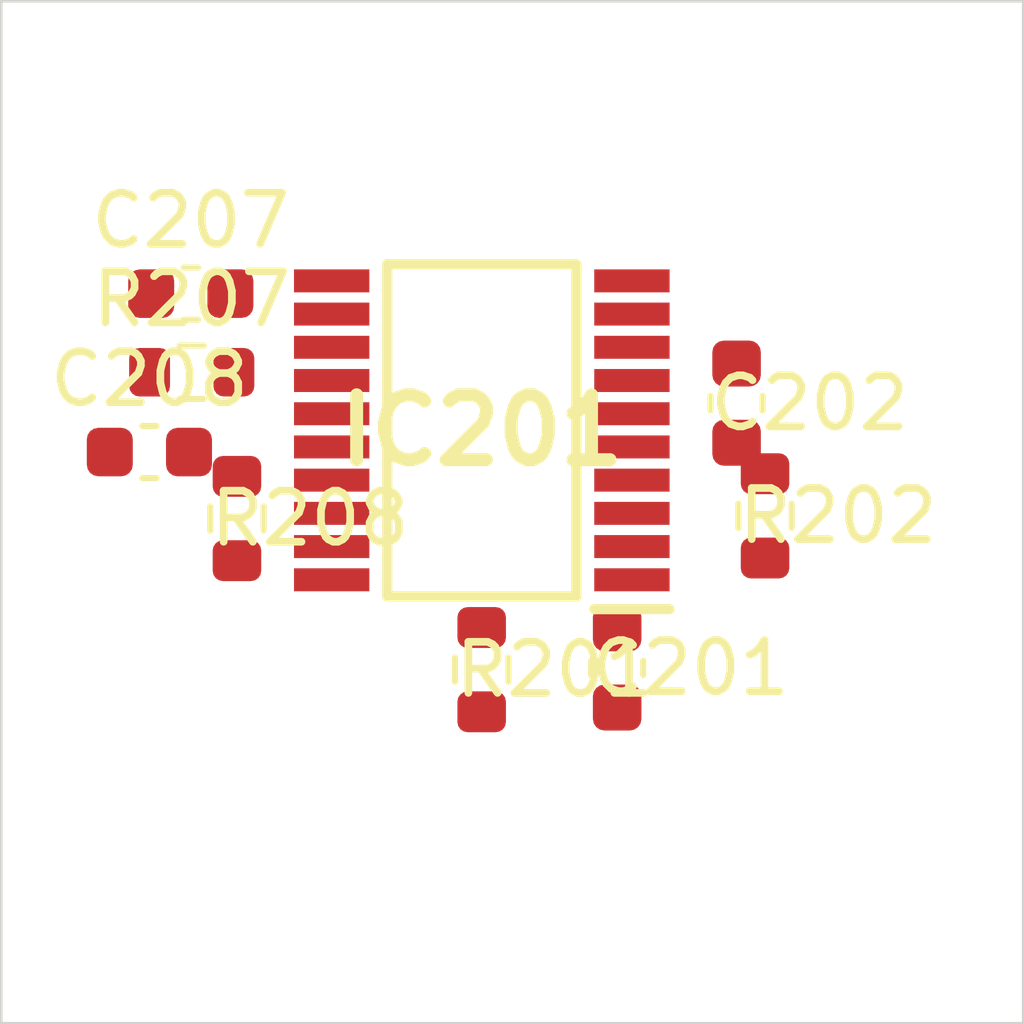
<source format=kicad_pcb>
 ( kicad_pcb  ( version 20171130 )
 ( host pcbnew 5.1.12-84ad8e8a86~92~ubuntu18.04.1 )
 ( general  ( thickness 1.6 )
 ( drawings 4 )
 ( tracks 0 )
 ( zones 0 )
 ( modules 9 )
 ( nets 19 )
)
 ( page A4 )
 ( layers  ( 0 F.Cu signal )
 ( 31 B.Cu signal )
 ( 32 B.Adhes user )
 ( 33 F.Adhes user )
 ( 34 B.Paste user )
 ( 35 F.Paste user )
 ( 36 B.SilkS user )
 ( 37 F.SilkS user )
 ( 38 B.Mask user )
 ( 39 F.Mask user )
 ( 40 Dwgs.User user )
 ( 41 Cmts.User user )
 ( 42 Eco1.User user )
 ( 43 Eco2.User user )
 ( 44 Edge.Cuts user )
 ( 45 Margin user )
 ( 46 B.CrtYd user )
 ( 47 F.CrtYd user )
 ( 48 B.Fab user )
 ( 49 F.Fab user )
)
 ( setup  ( last_trace_width 0.25 )
 ( trace_clearance 0.2 )
 ( zone_clearance 0.508 )
 ( zone_45_only no )
 ( trace_min 0.2 )
 ( via_size 0.8 )
 ( via_drill 0.4 )
 ( via_min_size 0.4 )
 ( via_min_drill 0.3 )
 ( uvia_size 0.3 )
 ( uvia_drill 0.1 )
 ( uvias_allowed no )
 ( uvia_min_size 0.2 )
 ( uvia_min_drill 0.1 )
 ( edge_width 0.05 )
 ( segment_width 0.2 )
 ( pcb_text_width 0.3 )
 ( pcb_text_size 1.5 1.5 )
 ( mod_edge_width 0.12 )
 ( mod_text_size 1 1 )
 ( mod_text_width 0.15 )
 ( pad_size 1.524 1.524 )
 ( pad_drill 0.762 )
 ( pad_to_mask_clearance 0 )
 ( aux_axis_origin 0 0 )
 ( visible_elements FFFFFF7F )
 ( pcbplotparams  ( layerselection 0x010fc_ffffffff )
 ( usegerberextensions false )
 ( usegerberattributes true )
 ( usegerberadvancedattributes true )
 ( creategerberjobfile true )
 ( excludeedgelayer true )
 ( linewidth 0.100000 )
 ( plotframeref false )
 ( viasonmask false )
 ( mode 1 )
 ( useauxorigin false )
 ( hpglpennumber 1 )
 ( hpglpenspeed 20 )
 ( hpglpendiameter 15.000000 )
 ( psnegative false )
 ( psa4output false )
 ( plotreference true )
 ( plotvalue true )
 ( plotinvisibletext false )
 ( padsonsilk false )
 ( subtractmaskfromsilk false )
 ( outputformat 1 )
 ( mirror false )
 ( drillshape 1 )
 ( scaleselection 1 )
 ( outputdirectory "" )
)
)
 ( net 0 "" )
 ( net 1 GND )
 ( net 2 /Sheet6235D886/ch0 )
 ( net 3 /Sheet6235D886/ch1 )
 ( net 4 /Sheet6235D886/ch2 )
 ( net 5 /Sheet6235D886/ch3 )
 ( net 6 /Sheet6235D886/ch4 )
 ( net 7 /Sheet6235D886/ch5 )
 ( net 8 /Sheet6235D886/ch6 )
 ( net 9 /Sheet6235D886/ch7 )
 ( net 10 VDD )
 ( net 11 VDDA )
 ( net 12 /Sheet6235D886/adc_csn )
 ( net 13 /Sheet6235D886/adc_sck )
 ( net 14 /Sheet6235D886/adc_sdi )
 ( net 15 /Sheet6235D886/adc_sdo )
 ( net 16 /Sheet6235D886/vp )
 ( net 17 /Sheet6248AD22/chn0 )
 ( net 18 /Sheet6248AD22/chn3 )
 ( net_class Default "This is the default net class."  ( clearance 0.2 )
 ( trace_width 0.25 )
 ( via_dia 0.8 )
 ( via_drill 0.4 )
 ( uvia_dia 0.3 )
 ( uvia_drill 0.1 )
 ( add_net /Sheet6235D886/adc_csn )
 ( add_net /Sheet6235D886/adc_sck )
 ( add_net /Sheet6235D886/adc_sdi )
 ( add_net /Sheet6235D886/adc_sdo )
 ( add_net /Sheet6235D886/ch0 )
 ( add_net /Sheet6235D886/ch1 )
 ( add_net /Sheet6235D886/ch2 )
 ( add_net /Sheet6235D886/ch3 )
 ( add_net /Sheet6235D886/ch4 )
 ( add_net /Sheet6235D886/ch5 )
 ( add_net /Sheet6235D886/ch6 )
 ( add_net /Sheet6235D886/ch7 )
 ( add_net /Sheet6235D886/vp )
 ( add_net /Sheet6248AD22/chn0 )
 ( add_net /Sheet6248AD22/chn3 )
 ( add_net GND )
 ( add_net VDD )
 ( add_net VDDA )
)
 ( module Capacitor_SMD:C_0603_1608Metric  ( layer F.Cu )
 ( tedit 5F68FEEE )
 ( tstamp 6234222D )
 ( at 92.053300 113.047000 270.000000 )
 ( descr "Capacitor SMD 0603 (1608 Metric), square (rectangular) end terminal, IPC_7351 nominal, (Body size source: IPC-SM-782 page 76, https://www.pcb-3d.com/wordpress/wp-content/uploads/ipc-sm-782a_amendment_1_and_2.pdf), generated with kicad-footprint-generator" )
 ( tags capacitor )
 ( path /6235D887/623691C5 )
 ( attr smd )
 ( fp_text reference C201  ( at 0 -1.43 )
 ( layer F.SilkS )
 ( effects  ( font  ( size 1 1 )
 ( thickness 0.15 )
)
)
)
 ( fp_text value 0.1uF  ( at 0 1.43 )
 ( layer F.Fab )
 ( effects  ( font  ( size 1 1 )
 ( thickness 0.15 )
)
)
)
 ( fp_line  ( start -0.8 0.4 )
 ( end -0.8 -0.4 )
 ( layer F.Fab )
 ( width 0.1 )
)
 ( fp_line  ( start -0.8 -0.4 )
 ( end 0.8 -0.4 )
 ( layer F.Fab )
 ( width 0.1 )
)
 ( fp_line  ( start 0.8 -0.4 )
 ( end 0.8 0.4 )
 ( layer F.Fab )
 ( width 0.1 )
)
 ( fp_line  ( start 0.8 0.4 )
 ( end -0.8 0.4 )
 ( layer F.Fab )
 ( width 0.1 )
)
 ( fp_line  ( start -0.14058 -0.51 )
 ( end 0.14058 -0.51 )
 ( layer F.SilkS )
 ( width 0.12 )
)
 ( fp_line  ( start -0.14058 0.51 )
 ( end 0.14058 0.51 )
 ( layer F.SilkS )
 ( width 0.12 )
)
 ( fp_line  ( start -1.48 0.73 )
 ( end -1.48 -0.73 )
 ( layer F.CrtYd )
 ( width 0.05 )
)
 ( fp_line  ( start -1.48 -0.73 )
 ( end 1.48 -0.73 )
 ( layer F.CrtYd )
 ( width 0.05 )
)
 ( fp_line  ( start 1.48 -0.73 )
 ( end 1.48 0.73 )
 ( layer F.CrtYd )
 ( width 0.05 )
)
 ( fp_line  ( start 1.48 0.73 )
 ( end -1.48 0.73 )
 ( layer F.CrtYd )
 ( width 0.05 )
)
 ( fp_text user %R  ( at 0 0 )
 ( layer F.Fab )
 ( effects  ( font  ( size 0.4 0.4 )
 ( thickness 0.06 )
)
)
)
 ( pad 2 smd roundrect  ( at 0.775 0 270.000000 )
 ( size 0.9 0.95 )
 ( layers F.Cu F.Mask F.Paste )
 ( roundrect_rratio 0.25 )
 ( net 1 GND )
)
 ( pad 1 smd roundrect  ( at -0.775 0 270.000000 )
 ( size 0.9 0.95 )
 ( layers F.Cu F.Mask F.Paste )
 ( roundrect_rratio 0.25 )
 ( net 2 /Sheet6235D886/ch0 )
)
 ( model ${KISYS3DMOD}/Capacitor_SMD.3dshapes/C_0603_1608Metric.wrl  ( at  ( xyz 0 0 0 )
)
 ( scale  ( xyz 1 1 1 )
)
 ( rotate  ( xyz 0 0 0 )
)
)
)
 ( module Capacitor_SMD:C_0603_1608Metric  ( layer F.Cu )
 ( tedit 5F68FEEE )
 ( tstamp 6234223E )
 ( at 94.390600 107.865000 270.000000 )
 ( descr "Capacitor SMD 0603 (1608 Metric), square (rectangular) end terminal, IPC_7351 nominal, (Body size source: IPC-SM-782 page 76, https://www.pcb-3d.com/wordpress/wp-content/uploads/ipc-sm-782a_amendment_1_and_2.pdf), generated with kicad-footprint-generator" )
 ( tags capacitor )
 ( path /6235D887/62369EE0 )
 ( attr smd )
 ( fp_text reference C202  ( at 0 -1.43 )
 ( layer F.SilkS )
 ( effects  ( font  ( size 1 1 )
 ( thickness 0.15 )
)
)
)
 ( fp_text value 0.1uF  ( at 0 1.43 )
 ( layer F.Fab )
 ( effects  ( font  ( size 1 1 )
 ( thickness 0.15 )
)
)
)
 ( fp_line  ( start 1.48 0.73 )
 ( end -1.48 0.73 )
 ( layer F.CrtYd )
 ( width 0.05 )
)
 ( fp_line  ( start 1.48 -0.73 )
 ( end 1.48 0.73 )
 ( layer F.CrtYd )
 ( width 0.05 )
)
 ( fp_line  ( start -1.48 -0.73 )
 ( end 1.48 -0.73 )
 ( layer F.CrtYd )
 ( width 0.05 )
)
 ( fp_line  ( start -1.48 0.73 )
 ( end -1.48 -0.73 )
 ( layer F.CrtYd )
 ( width 0.05 )
)
 ( fp_line  ( start -0.14058 0.51 )
 ( end 0.14058 0.51 )
 ( layer F.SilkS )
 ( width 0.12 )
)
 ( fp_line  ( start -0.14058 -0.51 )
 ( end 0.14058 -0.51 )
 ( layer F.SilkS )
 ( width 0.12 )
)
 ( fp_line  ( start 0.8 0.4 )
 ( end -0.8 0.4 )
 ( layer F.Fab )
 ( width 0.1 )
)
 ( fp_line  ( start 0.8 -0.4 )
 ( end 0.8 0.4 )
 ( layer F.Fab )
 ( width 0.1 )
)
 ( fp_line  ( start -0.8 -0.4 )
 ( end 0.8 -0.4 )
 ( layer F.Fab )
 ( width 0.1 )
)
 ( fp_line  ( start -0.8 0.4 )
 ( end -0.8 -0.4 )
 ( layer F.Fab )
 ( width 0.1 )
)
 ( fp_text user %R  ( at 0 0 )
 ( layer F.Fab )
 ( effects  ( font  ( size 0.4 0.4 )
 ( thickness 0.06 )
)
)
)
 ( pad 1 smd roundrect  ( at -0.775 0 270.000000 )
 ( size 0.9 0.95 )
 ( layers F.Cu F.Mask F.Paste )
 ( roundrect_rratio 0.25 )
 ( net 1 GND )
)
 ( pad 2 smd roundrect  ( at 0.775 0 270.000000 )
 ( size 0.9 0.95 )
 ( layers F.Cu F.Mask F.Paste )
 ( roundrect_rratio 0.25 )
 ( net 3 /Sheet6235D886/ch1 )
)
 ( model ${KISYS3DMOD}/Capacitor_SMD.3dshapes/C_0603_1608Metric.wrl  ( at  ( xyz 0 0 0 )
)
 ( scale  ( xyz 1 1 1 )
)
 ( rotate  ( xyz 0 0 0 )
)
)
)
 ( module Capacitor_SMD:C_0603_1608Metric  ( layer F.Cu )
 ( tedit 5F68FEEE )
 ( tstamp 62342293 )
 ( at 83.709100 105.722000 )
 ( descr "Capacitor SMD 0603 (1608 Metric), square (rectangular) end terminal, IPC_7351 nominal, (Body size source: IPC-SM-782 page 76, https://www.pcb-3d.com/wordpress/wp-content/uploads/ipc-sm-782a_amendment_1_and_2.pdf), generated with kicad-footprint-generator" )
 ( tags capacitor )
 ( path /6235D887/6238B3FE )
 ( attr smd )
 ( fp_text reference C207  ( at 0 -1.43 )
 ( layer F.SilkS )
 ( effects  ( font  ( size 1 1 )
 ( thickness 0.15 )
)
)
)
 ( fp_text value 0.1uF  ( at 0 1.43 )
 ( layer F.Fab )
 ( effects  ( font  ( size 1 1 )
 ( thickness 0.15 )
)
)
)
 ( fp_line  ( start -0.8 0.4 )
 ( end -0.8 -0.4 )
 ( layer F.Fab )
 ( width 0.1 )
)
 ( fp_line  ( start -0.8 -0.4 )
 ( end 0.8 -0.4 )
 ( layer F.Fab )
 ( width 0.1 )
)
 ( fp_line  ( start 0.8 -0.4 )
 ( end 0.8 0.4 )
 ( layer F.Fab )
 ( width 0.1 )
)
 ( fp_line  ( start 0.8 0.4 )
 ( end -0.8 0.4 )
 ( layer F.Fab )
 ( width 0.1 )
)
 ( fp_line  ( start -0.14058 -0.51 )
 ( end 0.14058 -0.51 )
 ( layer F.SilkS )
 ( width 0.12 )
)
 ( fp_line  ( start -0.14058 0.51 )
 ( end 0.14058 0.51 )
 ( layer F.SilkS )
 ( width 0.12 )
)
 ( fp_line  ( start -1.48 0.73 )
 ( end -1.48 -0.73 )
 ( layer F.CrtYd )
 ( width 0.05 )
)
 ( fp_line  ( start -1.48 -0.73 )
 ( end 1.48 -0.73 )
 ( layer F.CrtYd )
 ( width 0.05 )
)
 ( fp_line  ( start 1.48 -0.73 )
 ( end 1.48 0.73 )
 ( layer F.CrtYd )
 ( width 0.05 )
)
 ( fp_line  ( start 1.48 0.73 )
 ( end -1.48 0.73 )
 ( layer F.CrtYd )
 ( width 0.05 )
)
 ( fp_text user %R  ( at 0 0 )
 ( layer F.Fab )
 ( effects  ( font  ( size 0.4 0.4 )
 ( thickness 0.06 )
)
)
)
 ( pad 2 smd roundrect  ( at 0.775 0 )
 ( size 0.9 0.95 )
 ( layers F.Cu F.Mask F.Paste )
 ( roundrect_rratio 0.25 )
 ( net 1 GND )
)
 ( pad 1 smd roundrect  ( at -0.775 0 )
 ( size 0.9 0.95 )
 ( layers F.Cu F.Mask F.Paste )
 ( roundrect_rratio 0.25 )
 ( net 8 /Sheet6235D886/ch6 )
)
 ( model ${KISYS3DMOD}/Capacitor_SMD.3dshapes/C_0603_1608Metric.wrl  ( at  ( xyz 0 0 0 )
)
 ( scale  ( xyz 1 1 1 )
)
 ( rotate  ( xyz 0 0 0 )
)
)
)
 ( module Capacitor_SMD:C_0603_1608Metric  ( layer F.Cu )
 ( tedit 5F68FEEE )
 ( tstamp 623422A4 )
 ( at 82.899000 108.822000 )
 ( descr "Capacitor SMD 0603 (1608 Metric), square (rectangular) end terminal, IPC_7351 nominal, (Body size source: IPC-SM-782 page 76, https://www.pcb-3d.com/wordpress/wp-content/uploads/ipc-sm-782a_amendment_1_and_2.pdf), generated with kicad-footprint-generator" )
 ( tags capacitor )
 ( path /6235D887/6238B404 )
 ( attr smd )
 ( fp_text reference C208  ( at 0 -1.43 )
 ( layer F.SilkS )
 ( effects  ( font  ( size 1 1 )
 ( thickness 0.15 )
)
)
)
 ( fp_text value 0.1uF  ( at 0 1.43 )
 ( layer F.Fab )
 ( effects  ( font  ( size 1 1 )
 ( thickness 0.15 )
)
)
)
 ( fp_line  ( start 1.48 0.73 )
 ( end -1.48 0.73 )
 ( layer F.CrtYd )
 ( width 0.05 )
)
 ( fp_line  ( start 1.48 -0.73 )
 ( end 1.48 0.73 )
 ( layer F.CrtYd )
 ( width 0.05 )
)
 ( fp_line  ( start -1.48 -0.73 )
 ( end 1.48 -0.73 )
 ( layer F.CrtYd )
 ( width 0.05 )
)
 ( fp_line  ( start -1.48 0.73 )
 ( end -1.48 -0.73 )
 ( layer F.CrtYd )
 ( width 0.05 )
)
 ( fp_line  ( start -0.14058 0.51 )
 ( end 0.14058 0.51 )
 ( layer F.SilkS )
 ( width 0.12 )
)
 ( fp_line  ( start -0.14058 -0.51 )
 ( end 0.14058 -0.51 )
 ( layer F.SilkS )
 ( width 0.12 )
)
 ( fp_line  ( start 0.8 0.4 )
 ( end -0.8 0.4 )
 ( layer F.Fab )
 ( width 0.1 )
)
 ( fp_line  ( start 0.8 -0.4 )
 ( end 0.8 0.4 )
 ( layer F.Fab )
 ( width 0.1 )
)
 ( fp_line  ( start -0.8 -0.4 )
 ( end 0.8 -0.4 )
 ( layer F.Fab )
 ( width 0.1 )
)
 ( fp_line  ( start -0.8 0.4 )
 ( end -0.8 -0.4 )
 ( layer F.Fab )
 ( width 0.1 )
)
 ( fp_text user %R  ( at 0 0 )
 ( layer F.Fab )
 ( effects  ( font  ( size 0.4 0.4 )
 ( thickness 0.06 )
)
)
)
 ( pad 1 smd roundrect  ( at -0.775 0 )
 ( size 0.9 0.95 )
 ( layers F.Cu F.Mask F.Paste )
 ( roundrect_rratio 0.25 )
 ( net 1 GND )
)
 ( pad 2 smd roundrect  ( at 0.775 0 )
 ( size 0.9 0.95 )
 ( layers F.Cu F.Mask F.Paste )
 ( roundrect_rratio 0.25 )
 ( net 9 /Sheet6235D886/ch7 )
)
 ( model ${KISYS3DMOD}/Capacitor_SMD.3dshapes/C_0603_1608Metric.wrl  ( at  ( xyz 0 0 0 )
)
 ( scale  ( xyz 1 1 1 )
)
 ( rotate  ( xyz 0 0 0 )
)
)
)
 ( module MCP3564R-E_ST:SOP65P640X120-20N locked  ( layer F.Cu )
 ( tedit 623351C2 )
 ( tstamp 623423D6 )
 ( at 89.404300 108.397000 180.000000 )
 ( descr "20-Lead Plastic Thin Shrink Small Outline (ST) - 4.4mm body [TSSOP]" )
 ( tags "Integrated Circuit" )
 ( path /6235D887/6235E071 )
 ( attr smd )
 ( fp_text reference IC201  ( at 0 0 )
 ( layer F.SilkS )
 ( effects  ( font  ( size 1.27 1.27 )
 ( thickness 0.254 )
)
)
)
 ( fp_text value MCP3564R-E_ST  ( at 0 0 )
 ( layer F.SilkS )
hide  ( effects  ( font  ( size 1.27 1.27 )
 ( thickness 0.254 )
)
)
)
 ( fp_line  ( start -3.925 -3.55 )
 ( end 3.925 -3.55 )
 ( layer Dwgs.User )
 ( width 0.05 )
)
 ( fp_line  ( start 3.925 -3.55 )
 ( end 3.925 3.55 )
 ( layer Dwgs.User )
 ( width 0.05 )
)
 ( fp_line  ( start 3.925 3.55 )
 ( end -3.925 3.55 )
 ( layer Dwgs.User )
 ( width 0.05 )
)
 ( fp_line  ( start -3.925 3.55 )
 ( end -3.925 -3.55 )
 ( layer Dwgs.User )
 ( width 0.05 )
)
 ( fp_line  ( start -2.2 -3.25 )
 ( end 2.2 -3.25 )
 ( layer Dwgs.User )
 ( width 0.1 )
)
 ( fp_line  ( start 2.2 -3.25 )
 ( end 2.2 3.25 )
 ( layer Dwgs.User )
 ( width 0.1 )
)
 ( fp_line  ( start 2.2 3.25 )
 ( end -2.2 3.25 )
 ( layer Dwgs.User )
 ( width 0.1 )
)
 ( fp_line  ( start -2.2 3.25 )
 ( end -2.2 -3.25 )
 ( layer Dwgs.User )
 ( width 0.1 )
)
 ( fp_line  ( start -2.2 -2.6 )
 ( end -1.55 -3.25 )
 ( layer Dwgs.User )
 ( width 0.1 )
)
 ( fp_line  ( start -1.85 -3.25 )
 ( end 1.85 -3.25 )
 ( layer F.SilkS )
 ( width 0.2 )
)
 ( fp_line  ( start 1.85 -3.25 )
 ( end 1.85 3.25 )
 ( layer F.SilkS )
 ( width 0.2 )
)
 ( fp_line  ( start 1.85 3.25 )
 ( end -1.85 3.25 )
 ( layer F.SilkS )
 ( width 0.2 )
)
 ( fp_line  ( start -1.85 3.25 )
 ( end -1.85 -3.25 )
 ( layer F.SilkS )
 ( width 0.2 )
)
 ( fp_line  ( start -3.675 -3.5 )
 ( end -2.2 -3.5 )
 ( layer F.SilkS )
 ( width 0.2 )
)
 ( pad 1 smd rect  ( at -2.938 -2.925 270.000000 )
 ( size 0.45 1.475 )
 ( layers F.Cu F.Mask F.Paste )
 ( net 11 VDDA )
)
 ( pad 2 smd rect  ( at -2.938 -2.275 270.000000 )
 ( size 0.45 1.475 )
 ( layers F.Cu F.Mask F.Paste )
 ( net 1 GND )
)
 ( pad 3 smd rect  ( at -2.938 -1.625 270.000000 )
 ( size 0.45 1.475 )
 ( layers F.Cu F.Mask F.Paste )
 ( net 1 GND )
)
 ( pad 4 smd rect  ( at -2.938 -0.975 270.000000 )
 ( size 0.45 1.475 )
 ( layers F.Cu F.Mask F.Paste )
)
 ( pad 5 smd rect  ( at -2.938 -0.325 270.000000 )
 ( size 0.45 1.475 )
 ( layers F.Cu F.Mask F.Paste )
 ( net 2 /Sheet6235D886/ch0 )
)
 ( pad 6 smd rect  ( at -2.938 0.325 270.000000 )
 ( size 0.45 1.475 )
 ( layers F.Cu F.Mask F.Paste )
 ( net 3 /Sheet6235D886/ch1 )
)
 ( pad 7 smd rect  ( at -2.938 0.975 270.000000 )
 ( size 0.45 1.475 )
 ( layers F.Cu F.Mask F.Paste )
 ( net 4 /Sheet6235D886/ch2 )
)
 ( pad 8 smd rect  ( at -2.938 1.625 270.000000 )
 ( size 0.45 1.475 )
 ( layers F.Cu F.Mask F.Paste )
 ( net 5 /Sheet6235D886/ch3 )
)
 ( pad 9 smd rect  ( at -2.938 2.275 270.000000 )
 ( size 0.45 1.475 )
 ( layers F.Cu F.Mask F.Paste )
 ( net 6 /Sheet6235D886/ch4 )
)
 ( pad 10 smd rect  ( at -2.938 2.925 270.000000 )
 ( size 0.45 1.475 )
 ( layers F.Cu F.Mask F.Paste )
 ( net 7 /Sheet6235D886/ch5 )
)
 ( pad 11 smd rect  ( at 2.938 2.925 270.000000 )
 ( size 0.45 1.475 )
 ( layers F.Cu F.Mask F.Paste )
 ( net 8 /Sheet6235D886/ch6 )
)
 ( pad 12 smd rect  ( at 2.938 2.275 270.000000 )
 ( size 0.45 1.475 )
 ( layers F.Cu F.Mask F.Paste )
 ( net 9 /Sheet6235D886/ch7 )
)
 ( pad 13 smd rect  ( at 2.938 1.625 270.000000 )
 ( size 0.45 1.475 )
 ( layers F.Cu F.Mask F.Paste )
 ( net 12 /Sheet6235D886/adc_csn )
)
 ( pad 14 smd rect  ( at 2.938 0.975 270.000000 )
 ( size 0.45 1.475 )
 ( layers F.Cu F.Mask F.Paste )
 ( net 13 /Sheet6235D886/adc_sck )
)
 ( pad 15 smd rect  ( at 2.938 0.325 270.000000 )
 ( size 0.45 1.475 )
 ( layers F.Cu F.Mask F.Paste )
 ( net 14 /Sheet6235D886/adc_sdi )
)
 ( pad 16 smd rect  ( at 2.938 -0.325 270.000000 )
 ( size 0.45 1.475 )
 ( layers F.Cu F.Mask F.Paste )
 ( net 15 /Sheet6235D886/adc_sdo )
)
 ( pad 17 smd rect  ( at 2.938 -0.975 270.000000 )
 ( size 0.45 1.475 )
 ( layers F.Cu F.Mask F.Paste )
)
 ( pad 18 smd rect  ( at 2.938 -1.625 270.000000 )
 ( size 0.45 1.475 )
 ( layers F.Cu F.Mask F.Paste )
)
 ( pad 19 smd rect  ( at 2.938 -2.275 270.000000 )
 ( size 0.45 1.475 )
 ( layers F.Cu F.Mask F.Paste )
 ( net 1 GND )
)
 ( pad 20 smd rect  ( at 2.938 -2.925 270.000000 )
 ( size 0.45 1.475 )
 ( layers F.Cu F.Mask F.Paste )
 ( net 10 VDD )
)
)
 ( module Resistor_SMD:R_0603_1608Metric  ( layer F.Cu )
 ( tedit 5F68FEEE )
 ( tstamp 6234250D )
 ( at 89.401900 113.081000 270.000000 )
 ( descr "Resistor SMD 0603 (1608 Metric), square (rectangular) end terminal, IPC_7351 nominal, (Body size source: IPC-SM-782 page 72, https://www.pcb-3d.com/wordpress/wp-content/uploads/ipc-sm-782a_amendment_1_and_2.pdf), generated with kicad-footprint-generator" )
 ( tags resistor )
 ( path /6235D887/623641B7 )
 ( attr smd )
 ( fp_text reference R201  ( at 0 -1.43 )
 ( layer F.SilkS )
 ( effects  ( font  ( size 1 1 )
 ( thickness 0.15 )
)
)
)
 ( fp_text value 1k  ( at 0 1.43 )
 ( layer F.Fab )
 ( effects  ( font  ( size 1 1 )
 ( thickness 0.15 )
)
)
)
 ( fp_line  ( start -0.8 0.4125 )
 ( end -0.8 -0.4125 )
 ( layer F.Fab )
 ( width 0.1 )
)
 ( fp_line  ( start -0.8 -0.4125 )
 ( end 0.8 -0.4125 )
 ( layer F.Fab )
 ( width 0.1 )
)
 ( fp_line  ( start 0.8 -0.4125 )
 ( end 0.8 0.4125 )
 ( layer F.Fab )
 ( width 0.1 )
)
 ( fp_line  ( start 0.8 0.4125 )
 ( end -0.8 0.4125 )
 ( layer F.Fab )
 ( width 0.1 )
)
 ( fp_line  ( start -0.237258 -0.5225 )
 ( end 0.237258 -0.5225 )
 ( layer F.SilkS )
 ( width 0.12 )
)
 ( fp_line  ( start -0.237258 0.5225 )
 ( end 0.237258 0.5225 )
 ( layer F.SilkS )
 ( width 0.12 )
)
 ( fp_line  ( start -1.48 0.73 )
 ( end -1.48 -0.73 )
 ( layer F.CrtYd )
 ( width 0.05 )
)
 ( fp_line  ( start -1.48 -0.73 )
 ( end 1.48 -0.73 )
 ( layer F.CrtYd )
 ( width 0.05 )
)
 ( fp_line  ( start 1.48 -0.73 )
 ( end 1.48 0.73 )
 ( layer F.CrtYd )
 ( width 0.05 )
)
 ( fp_line  ( start 1.48 0.73 )
 ( end -1.48 0.73 )
 ( layer F.CrtYd )
 ( width 0.05 )
)
 ( fp_text user %R  ( at 0 0 )
 ( layer F.Fab )
 ( effects  ( font  ( size 0.4 0.4 )
 ( thickness 0.06 )
)
)
)
 ( pad 2 smd roundrect  ( at 0.825 0 270.000000 )
 ( size 0.8 0.95 )
 ( layers F.Cu F.Mask F.Paste )
 ( roundrect_rratio 0.25 )
 ( net 16 /Sheet6235D886/vp )
)
 ( pad 1 smd roundrect  ( at -0.825 0 270.000000 )
 ( size 0.8 0.95 )
 ( layers F.Cu F.Mask F.Paste )
 ( roundrect_rratio 0.25 )
 ( net 2 /Sheet6235D886/ch0 )
)
 ( model ${KISYS3DMOD}/Resistor_SMD.3dshapes/R_0603_1608Metric.wrl  ( at  ( xyz 0 0 0 )
)
 ( scale  ( xyz 1 1 1 )
)
 ( rotate  ( xyz 0 0 0 )
)
)
)
 ( module Resistor_SMD:R_0603_1608Metric  ( layer F.Cu )
 ( tedit 5F68FEEE )
 ( tstamp 6234251E )
 ( at 94.947400 110.071000 270.000000 )
 ( descr "Resistor SMD 0603 (1608 Metric), square (rectangular) end terminal, IPC_7351 nominal, (Body size source: IPC-SM-782 page 72, https://www.pcb-3d.com/wordpress/wp-content/uploads/ipc-sm-782a_amendment_1_and_2.pdf), generated with kicad-footprint-generator" )
 ( tags resistor )
 ( path /6235D887/6236A646 )
 ( attr smd )
 ( fp_text reference R202  ( at 0 -1.43 )
 ( layer F.SilkS )
 ( effects  ( font  ( size 1 1 )
 ( thickness 0.15 )
)
)
)
 ( fp_text value 1k  ( at 0 1.43 )
 ( layer F.Fab )
 ( effects  ( font  ( size 1 1 )
 ( thickness 0.15 )
)
)
)
 ( fp_line  ( start 1.48 0.73 )
 ( end -1.48 0.73 )
 ( layer F.CrtYd )
 ( width 0.05 )
)
 ( fp_line  ( start 1.48 -0.73 )
 ( end 1.48 0.73 )
 ( layer F.CrtYd )
 ( width 0.05 )
)
 ( fp_line  ( start -1.48 -0.73 )
 ( end 1.48 -0.73 )
 ( layer F.CrtYd )
 ( width 0.05 )
)
 ( fp_line  ( start -1.48 0.73 )
 ( end -1.48 -0.73 )
 ( layer F.CrtYd )
 ( width 0.05 )
)
 ( fp_line  ( start -0.237258 0.5225 )
 ( end 0.237258 0.5225 )
 ( layer F.SilkS )
 ( width 0.12 )
)
 ( fp_line  ( start -0.237258 -0.5225 )
 ( end 0.237258 -0.5225 )
 ( layer F.SilkS )
 ( width 0.12 )
)
 ( fp_line  ( start 0.8 0.4125 )
 ( end -0.8 0.4125 )
 ( layer F.Fab )
 ( width 0.1 )
)
 ( fp_line  ( start 0.8 -0.4125 )
 ( end 0.8 0.4125 )
 ( layer F.Fab )
 ( width 0.1 )
)
 ( fp_line  ( start -0.8 -0.4125 )
 ( end 0.8 -0.4125 )
 ( layer F.Fab )
 ( width 0.1 )
)
 ( fp_line  ( start -0.8 0.4125 )
 ( end -0.8 -0.4125 )
 ( layer F.Fab )
 ( width 0.1 )
)
 ( fp_text user %R  ( at 0 0 )
 ( layer F.Fab )
 ( effects  ( font  ( size 0.4 0.4 )
 ( thickness 0.06 )
)
)
)
 ( pad 1 smd roundrect  ( at -0.825 0 270.000000 )
 ( size 0.8 0.95 )
 ( layers F.Cu F.Mask F.Paste )
 ( roundrect_rratio 0.25 )
 ( net 3 /Sheet6235D886/ch1 )
)
 ( pad 2 smd roundrect  ( at 0.825 0 270.000000 )
 ( size 0.8 0.95 )
 ( layers F.Cu F.Mask F.Paste )
 ( roundrect_rratio 0.25 )
 ( net 17 /Sheet6248AD22/chn0 )
)
 ( model ${KISYS3DMOD}/Resistor_SMD.3dshapes/R_0603_1608Metric.wrl  ( at  ( xyz 0 0 0 )
)
 ( scale  ( xyz 1 1 1 )
)
 ( rotate  ( xyz 0 0 0 )
)
)
)
 ( module Resistor_SMD:R_0603_1608Metric  ( layer F.Cu )
 ( tedit 5F68FEEE )
 ( tstamp 62342573 )
 ( at 83.727600 107.260000 )
 ( descr "Resistor SMD 0603 (1608 Metric), square (rectangular) end terminal, IPC_7351 nominal, (Body size source: IPC-SM-782 page 72, https://www.pcb-3d.com/wordpress/wp-content/uploads/ipc-sm-782a_amendment_1_and_2.pdf), generated with kicad-footprint-generator" )
 ( tags resistor )
 ( path /6235D887/6238B3F8 )
 ( attr smd )
 ( fp_text reference R207  ( at 0 -1.43 )
 ( layer F.SilkS )
 ( effects  ( font  ( size 1 1 )
 ( thickness 0.15 )
)
)
)
 ( fp_text value 1k  ( at 0 1.43 )
 ( layer F.Fab )
 ( effects  ( font  ( size 1 1 )
 ( thickness 0.15 )
)
)
)
 ( fp_line  ( start -0.8 0.4125 )
 ( end -0.8 -0.4125 )
 ( layer F.Fab )
 ( width 0.1 )
)
 ( fp_line  ( start -0.8 -0.4125 )
 ( end 0.8 -0.4125 )
 ( layer F.Fab )
 ( width 0.1 )
)
 ( fp_line  ( start 0.8 -0.4125 )
 ( end 0.8 0.4125 )
 ( layer F.Fab )
 ( width 0.1 )
)
 ( fp_line  ( start 0.8 0.4125 )
 ( end -0.8 0.4125 )
 ( layer F.Fab )
 ( width 0.1 )
)
 ( fp_line  ( start -0.237258 -0.5225 )
 ( end 0.237258 -0.5225 )
 ( layer F.SilkS )
 ( width 0.12 )
)
 ( fp_line  ( start -0.237258 0.5225 )
 ( end 0.237258 0.5225 )
 ( layer F.SilkS )
 ( width 0.12 )
)
 ( fp_line  ( start -1.48 0.73 )
 ( end -1.48 -0.73 )
 ( layer F.CrtYd )
 ( width 0.05 )
)
 ( fp_line  ( start -1.48 -0.73 )
 ( end 1.48 -0.73 )
 ( layer F.CrtYd )
 ( width 0.05 )
)
 ( fp_line  ( start 1.48 -0.73 )
 ( end 1.48 0.73 )
 ( layer F.CrtYd )
 ( width 0.05 )
)
 ( fp_line  ( start 1.48 0.73 )
 ( end -1.48 0.73 )
 ( layer F.CrtYd )
 ( width 0.05 )
)
 ( fp_text user %R  ( at 0 0 )
 ( layer F.Fab )
 ( effects  ( font  ( size 0.4 0.4 )
 ( thickness 0.06 )
)
)
)
 ( pad 2 smd roundrect  ( at 0.825 0 )
 ( size 0.8 0.95 )
 ( layers F.Cu F.Mask F.Paste )
 ( roundrect_rratio 0.25 )
 ( net 16 /Sheet6235D886/vp )
)
 ( pad 1 smd roundrect  ( at -0.825 0 )
 ( size 0.8 0.95 )
 ( layers F.Cu F.Mask F.Paste )
 ( roundrect_rratio 0.25 )
 ( net 8 /Sheet6235D886/ch6 )
)
 ( model ${KISYS3DMOD}/Resistor_SMD.3dshapes/R_0603_1608Metric.wrl  ( at  ( xyz 0 0 0 )
)
 ( scale  ( xyz 1 1 1 )
)
 ( rotate  ( xyz 0 0 0 )
)
)
)
 ( module Resistor_SMD:R_0603_1608Metric  ( layer F.Cu )
 ( tedit 5F68FEEE )
 ( tstamp 62342584 )
 ( at 84.612500 110.123000 270.000000 )
 ( descr "Resistor SMD 0603 (1608 Metric), square (rectangular) end terminal, IPC_7351 nominal, (Body size source: IPC-SM-782 page 72, https://www.pcb-3d.com/wordpress/wp-content/uploads/ipc-sm-782a_amendment_1_and_2.pdf), generated with kicad-footprint-generator" )
 ( tags resistor )
 ( path /6235D887/6238B40A )
 ( attr smd )
 ( fp_text reference R208  ( at 0 -1.43 )
 ( layer F.SilkS )
 ( effects  ( font  ( size 1 1 )
 ( thickness 0.15 )
)
)
)
 ( fp_text value 1k  ( at 0 1.43 )
 ( layer F.Fab )
 ( effects  ( font  ( size 1 1 )
 ( thickness 0.15 )
)
)
)
 ( fp_line  ( start 1.48 0.73 )
 ( end -1.48 0.73 )
 ( layer F.CrtYd )
 ( width 0.05 )
)
 ( fp_line  ( start 1.48 -0.73 )
 ( end 1.48 0.73 )
 ( layer F.CrtYd )
 ( width 0.05 )
)
 ( fp_line  ( start -1.48 -0.73 )
 ( end 1.48 -0.73 )
 ( layer F.CrtYd )
 ( width 0.05 )
)
 ( fp_line  ( start -1.48 0.73 )
 ( end -1.48 -0.73 )
 ( layer F.CrtYd )
 ( width 0.05 )
)
 ( fp_line  ( start -0.237258 0.5225 )
 ( end 0.237258 0.5225 )
 ( layer F.SilkS )
 ( width 0.12 )
)
 ( fp_line  ( start -0.237258 -0.5225 )
 ( end 0.237258 -0.5225 )
 ( layer F.SilkS )
 ( width 0.12 )
)
 ( fp_line  ( start 0.8 0.4125 )
 ( end -0.8 0.4125 )
 ( layer F.Fab )
 ( width 0.1 )
)
 ( fp_line  ( start 0.8 -0.4125 )
 ( end 0.8 0.4125 )
 ( layer F.Fab )
 ( width 0.1 )
)
 ( fp_line  ( start -0.8 -0.4125 )
 ( end 0.8 -0.4125 )
 ( layer F.Fab )
 ( width 0.1 )
)
 ( fp_line  ( start -0.8 0.4125 )
 ( end -0.8 -0.4125 )
 ( layer F.Fab )
 ( width 0.1 )
)
 ( fp_text user %R  ( at 0 0 )
 ( layer F.Fab )
 ( effects  ( font  ( size 0.4 0.4 )
 ( thickness 0.06 )
)
)
)
 ( pad 1 smd roundrect  ( at -0.825 0 270.000000 )
 ( size 0.8 0.95 )
 ( layers F.Cu F.Mask F.Paste )
 ( roundrect_rratio 0.25 )
 ( net 9 /Sheet6235D886/ch7 )
)
 ( pad 2 smd roundrect  ( at 0.825 0 270.000000 )
 ( size 0.8 0.95 )
 ( layers F.Cu F.Mask F.Paste )
 ( roundrect_rratio 0.25 )
 ( net 18 /Sheet6248AD22/chn3 )
)
 ( model ${KISYS3DMOD}/Resistor_SMD.3dshapes/R_0603_1608Metric.wrl  ( at  ( xyz 0 0 0 )
)
 ( scale  ( xyz 1 1 1 )
)
 ( rotate  ( xyz 0 0 0 )
)
)
)
 ( gr_line  ( start 100 100 )
 ( end 100 120 )
 ( layer Edge.Cuts )
 ( width 0.05 )
 ( tstamp 62E770C4 )
)
 ( gr_line  ( start 80 120 )
 ( end 100 120 )
 ( layer Edge.Cuts )
 ( width 0.05 )
 ( tstamp 62E770C0 )
)
 ( gr_line  ( start 80 100 )
 ( end 100 100 )
 ( layer Edge.Cuts )
 ( width 0.05 )
 ( tstamp 6234110C )
)
 ( gr_line  ( start 80 100 )
 ( end 80 120 )
 ( layer Edge.Cuts )
 ( width 0.05 )
)
)

</source>
